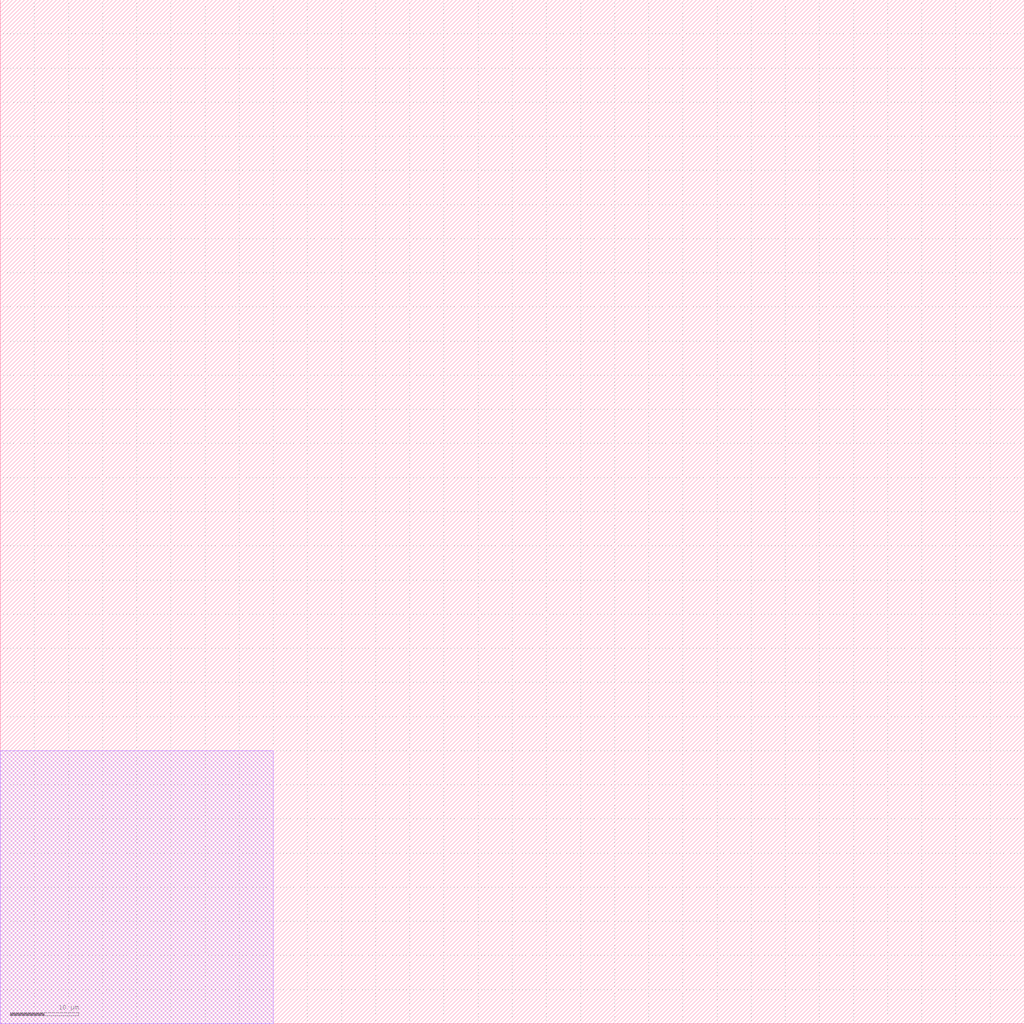
<source format=lef>
#
#
#    Example LEF file containing fake I/O, corner and filler cells
#
#    Copyright Symbiotic EDA GmbH 2019
#    Niels Moseley - niels@symbioticeda.com
#
#
# RB: Added stdiocell Macro
VERSION 5.6 ;

NAMESCASESENSITIVE ON ;
BUSBITCHARS "[]" ;
DIVIDERCHAR "/"  ;



UNITS
    DATABASE MICRONS 1000  ;
END UNITS

MANUFACTURINGGRID 0.01000 ;
SITE io_site
    SYMMETRY Y  ;
    CLASS PAD  ;
    SIZE  1.000 BY 150.000 ;
END io_site

MACRO IOPAD
    CLASS PAD INOUT ;
    FOREIGN IOPAD 0 0 ;
    ORIGIN 0.000 0.000 ;
    SIZE 84.000 BY 150.000 ;
    SYMMETRY R90 ;
    SITE io_site ;
    PIN EN
        DIRECTION INPUT ;
        PORT
        LAYER m1 ;
            RECT  4.000 149.540 5.800 150.000 ;
        END
    END EN
    PIN A
        DIRECTION INPUT ;
        PORT
        LAYER m1 ;
            RECT  1.000 149.540 2.800 150.000 ;
        END
    END A
    PIN Y
        DIRECTION OUTPUT ;
        PORT
        LAYER m1 ;
            RECT  28.000 149.540 29.800 150.000 ;
        END
    END Y
    PIN PAD
        DIRECTION INOUT ;
        PORT
        LAYER m1 ;
            RECT  15.500 39.120 68.500 105.120 ;
        END
    END PAD
    OBS 
        LAYER m1 ; 
        RECT 15.5 0 20.5 39.120 ; 
    END
END IOPAD


MACRO stdiocell
    CLASS PAD INOUT ;
    FOREIGN stdiocell 0 0 ;
    ORIGIN 0.000 0.000 ;
    SIZE 84.000 BY 150.000 ;
    SYMMETRY R90 ;
    SITE io_site ;
    PIN dout
        DIRECTION INPUT ;
        PORT
        LAYER m1 ;
            RECT  1.000 149.540 2.800 150.000 ;
        END
    END dout

    PIN oe
        DIRECTION INPUT ;
        PORT
        LAYER m1 ;
            RECT  4.000 149.540 5.800 150.000 ;
        END
    END oe

    PIN oe
        DIRECTION INPUT ;
        PORT
        LAYER m1 ;
            RECT  7.000 149.540 8.800 150.000 ;
        END
    END oe

    PIN ie
        DIRECTION INPUT ;
        PORT
        LAYER m1 ;
            RECT  10.000 149.540 11.800 150.000 ;
        END
    END ie

    PIN puen
        DIRECTION INPUT ;
        PORT
        LAYER m1 ;
            RECT  13.000 149.540 14.800 150.000 ;
        END
    END puen

    PIN rst
        DIRECTION INPUT ;
        PORT
        LAYER m1 ;
            RECT  16.000 149.540 17.800 150.000 ;
        END
    END rst

    PIN di
        DIRECTION OUTPUT ;
        PORT
        LAYER m1 ;
            RECT  28.000 149.540 29.800 150.000 ;
        END
    END di
    PIN PAD
        DIRECTION INOUT ;
        PORT
        LAYER m1 ;
            RECT  15.500 39.120 68.500 105.120 ;
        END
    END PAD
END stdiocell


MACRO anaiocell
    CLASS PAD INOUT ;
    FOREIGN anaiocell 0 0 ;
    ORIGIN 0.000 0.000 ;
    SIZE 84.000 BY 150.000 ;
    SYMMETRY R90 ;
    SITE io_site ;


    PIN anaio
        DIRECTION INOUT ;
        PORT
        LAYER m1 ;
            RECT  28.000 149.540 29.800 150.000 ;
        END
    END anaio
    PIN PAD
        DIRECTION INOUT ;
        PORT
        LAYER m1 ;
            RECT  15.500 39.120 68.500 105.120 ;
        END
    END PAD
END anaiocell


MACRO rfiniocell
    CLASS PAD INOUT ;
    FOREIGN rfiniocell 0 0 ;
    ORIGIN 0.000 0.000 ;
    SIZE 84.000 BY 150.000 ;
    SYMMETRY R90 ;
    SITE io_site ;


    PIN rfin
        DIRECTION INOUT ;
        PORT
        LAYER m1 ;
            RECT  28.000 149.540 29.800 150.000 ;
        END
    END rfin
    PIN PAD
        DIRECTION INOUT ;
        PORT
        LAYER m1 ;
            RECT  15.500 39.120 68.500 105.120 ;
        END
    END PAD
END rfiniocell



MACRO rfoutiocell
    CLASS PAD INOUT ;
    FOREIGN rfoutiocell  0 0 ;
    ORIGIN 0.000 0.000 ;
    SIZE 84.000 BY 150.000 ;
    SYMMETRY R90 ;
    SITE io_site ;


    PIN rfout
        DIRECTION INOUT ;
        PORT
        LAYER m1 ;
            RECT  28.000 149.540 29.800 150.000 ;
        END
    END rfout
    PIN PAD
        DIRECTION INOUT ;
        PORT
        LAYER m1 ;
            RECT  15.500 39.120 68.500 105.120 ;
        END
    END PAD
END rfoutiocell







MACRO PWRPAD
    CLASS PAD POWER ;
    FOREIGN PWRPAD 0 0 ;
    ORIGIN 0.000 0.000 ;
    SIZE 84.000 BY 150.000 ;
    SYMMETRY R90 ;
    SITE io_site ;
    PIN Y
        DIRECTION INPUT ;
        USE POWER ;
        PORT
        LAYER m1 ;
            RECT  10.000 140.000 74.800 150.000 ;
        END
    END Y
    PIN PAD
        DIRECTION INPUT ;
        USE POWER ;
        PORT
        LAYER m1 ;
            RECT  15.500 39.120 68.500 105.120 ;
        END
    END PAD
    OBS 
        LAYER m1 ; 
        RECT 15.5 0 20.5 39.120 ; 
    END    
END PWRPAD


MACRO GNDPAD
    CLASS PAD POWER ;
    FOREIGN GNDPAD 0 0 ;
    ORIGIN 0.000 0.000 ;
    SIZE 84.000 BY 150.000 ;
    SYMMETRY R90 ;
    SITE io_site ;
    PIN Y
        DIRECTION INPUT ;
        USE POWER ;
        PORT
        LAYER m1 ;
            RECT  10.000 140.000 74.800 150.000 ;
        END
    END Y
    PIN PAD
        DIRECTION INPUT ;
        USE POWER ;
        PORT
        LAYER m1 ;
            RECT  15.500 39.120 68.500 105.120 ;
        END
    END PAD
    OBS 
        LAYER m1 ; 
        RECT 15.5 0 20.5 39.120 ; 
    END    
END GNDPAD


MACRO  ESDPAD
    CLASS PAD SPACER ;
    FOREIGN ESDPAD 0 0 ;
    ORIGIN 0.000 0.000 ;
    SIZE 50.000 BY 150.000 ;
    SYMMETRY R90 ;
    SITE io_site ;
END ESDPAD



MACRO  CORNER
    CLASS PAD ;
    FOREIGN CORNER 0 0 ;
    ORIGIN 0.000 0.000 ;
    SIZE 150.000 BY 150.000 ;
    SYMMETRY R90 ;
    SITE io_site ;
    OBS 
        LAYER m1 ; 
        RECT 0.0 0 40.0 40.0 ;
    END    
END CORNER

MACRO  FILLER01
    CLASS PAD SPACER ;
    FOREIGN FILLER01 0 0 ;
    ORIGIN 0.000 0.000 ;
    SIZE 1.000 BY 150.000 ;
    SYMMETRY R90 ;
    SITE io_site ;
END FILLER01

MACRO  FILLER02
    CLASS PAD SPACER ;
    FOREIGN FILLER02 0 0 ;
    ORIGIN 0.000 0.000 ;
    SIZE 2.000 BY 150.000 ;
    SYMMETRY R90 ;
    SITE io_site ;
END FILLER02

MACRO  FILLER05
    CLASS PAD SPACER ;
    FOREIGN FILLER05 0 0 ;
    ORIGIN 0.000 0.000 ;
    SIZE 5.000 BY 150.000 ;
    SYMMETRY R90 ;
    SITE io_site ;
END FILLER05

MACRO  FILLER10
    CLASS PAD SPACER ;
    FOREIGN FILLER10 0 0 ;
    ORIGIN 0.000 0.000 ;
    SIZE 10.000 BY 150.000 ;
    SYMMETRY R90 ;
    SITE io_site ;
END FILLER10

MACRO  FILLER25
    CLASS PAD SPACER ;
    FOREIGN FILLER25 0 0 ;
    ORIGIN 0.000 0.000 ;
    SIZE 25.000 BY 150.000 ;
    SYMMETRY R90 ;
    SITE io_site ;
END FILLER25

MACRO  FILLER50
    CLASS PAD SPACER ;
    FOREIGN FILLER50 0 0 ;
    ORIGIN 0.000 0.000 ;
    SIZE 50.000 BY 150.000 ;
    SYMMETRY R90 ;
    SITE io_site ;
END FILLER50

END LIBRARY

</source>
